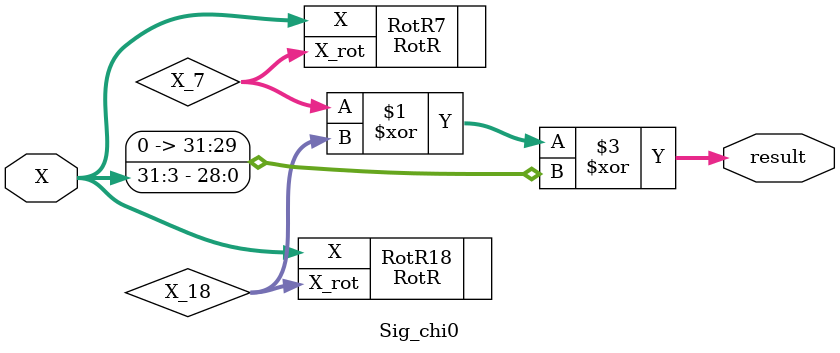
<source format=sv>
`timescale 1ns / 1ps

module Sig_chi0(
    input [31:0] X,
    output  [31:0] result 
    );
    
    wire [31:0] X_7, X_18;
    
    RotR #(.n(7)) RotR7 (
        .X(X),
        .X_rot(X_7)
    );
    
     RotR #(.n(18)) RotR18(
          .X(X),
          .X_rot(X_18)
      );
      
     assign result = X_7 ^ X_18 ^ (X >> 3);    
        
endmodule

</source>
